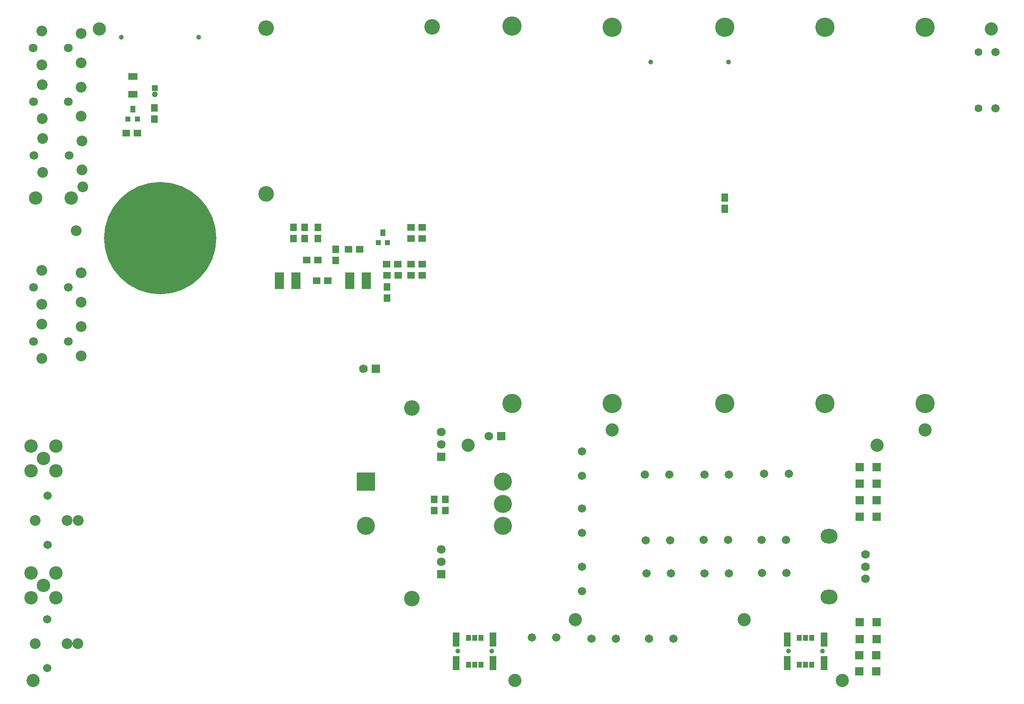
<source format=gbs>
G04*
G04 #@! TF.GenerationSoftware,Altium Limited,Altium Designer,20.1.8 (145)*
G04*
G04 Layer_Color=16711935*
%FSAX24Y24*%
%MOIN*%
G70*
G04*
G04 #@! TF.SameCoordinates,C37C2F13-19AF-4E89-93B9-DE42FBC32811*
G04*
G04*
G04 #@! TF.FilePolarity,Negative*
G04*
G01*
G75*
%ADD65R,0.0530X0.0630*%
%ADD66R,0.0630X0.0530*%
%ADD69R,0.0552X0.1163*%
%ADD70R,0.0395X0.0513*%
%ADD77R,0.0780X0.0580*%
%ADD92C,0.0474*%
%ADD93R,0.0474X0.0474*%
%ADD94R,0.0700X0.0700*%
%ADD95C,0.0700*%
%ADD96C,0.1261*%
%ADD97C,0.1080*%
%ADD98C,0.0867*%
%ADD99C,0.0710*%
%ADD100C,0.1064*%
%ADD101C,0.0395*%
%ADD102C,0.0671*%
%ADD103C,0.0631*%
%ADD104C,0.1556*%
%ADD105C,0.0710*%
%ADD106R,0.0710X0.0710*%
%ADD107C,0.1458*%
%ADD108R,0.1458X0.1458*%
%ADD109O,0.1380X0.1182*%
%ADD110C,0.9055*%
%ADD141R,0.0580X0.0680*%
%ADD142R,0.0749X0.1340*%
%ADD143R,0.0680X0.0680*%
%ADD144R,0.0440X0.0440*%
%ADD145R,0.0440X0.0580*%
D65*
X043964Y026820D02*
D03*
X043964Y025920D02*
D03*
X043080Y025920D02*
D03*
X043080Y026820D02*
D03*
X035150Y046070D02*
D03*
X035150Y046970D02*
D03*
X031750Y048740D02*
D03*
X031750Y047840D02*
D03*
X033720Y047860D02*
D03*
X033720Y048760D02*
D03*
X032630Y047860D02*
D03*
X032630Y048760D02*
D03*
X020550Y058390D02*
D03*
X020550Y057490D02*
D03*
X039260Y043960D02*
D03*
X039260Y043060D02*
D03*
D66*
X042100Y047840D02*
D03*
X041200Y047840D02*
D03*
X036180Y046980D02*
D03*
X037080Y046980D02*
D03*
X039260Y044890D02*
D03*
X040160Y044890D02*
D03*
X041200Y045770D02*
D03*
X042100Y045770D02*
D03*
X040140Y045770D02*
D03*
X039240Y045770D02*
D03*
X042100Y048760D02*
D03*
X041200Y048760D02*
D03*
X033720Y046110D02*
D03*
X032820Y046110D02*
D03*
X041200Y044890D02*
D03*
X042100Y044890D02*
D03*
X034519Y044448D02*
D03*
X033619Y044448D02*
D03*
X018287Y056359D02*
D03*
X019187Y056359D02*
D03*
D69*
X044842Y013615D02*
D03*
Y015525D02*
D03*
X047818D02*
D03*
Y013615D02*
D03*
X071492Y015525D02*
D03*
Y013615D02*
D03*
X074468D02*
D03*
Y015525D02*
D03*
D70*
X045830Y013487D02*
D03*
X046330D02*
D03*
X046830D02*
D03*
X045830Y015653D02*
D03*
X046330D02*
D03*
X046830D02*
D03*
X072480Y013487D02*
D03*
X072980D02*
D03*
X073480D02*
D03*
X072480Y015653D02*
D03*
X072980D02*
D03*
X073480D02*
D03*
D77*
X018810Y059470D02*
D03*
Y060920D02*
D03*
D92*
X020570Y059490D02*
D03*
D93*
Y059990D02*
D03*
D94*
X038371Y037352D02*
D03*
X048470Y031910D02*
D03*
D95*
X037371Y037352D02*
D03*
X047470Y031910D02*
D03*
X077813Y022375D02*
D03*
Y020406D02*
D03*
Y021391D02*
D03*
D96*
X041280Y034174D02*
D03*
Y018820D02*
D03*
X042913Y064921D02*
D03*
X029528Y064823D02*
D03*
Y051437D02*
D03*
D97*
X010610Y029110D02*
D03*
Y031110D02*
D03*
X012610D02*
D03*
Y029110D02*
D03*
X011610Y030110D02*
D03*
X010610Y018874D02*
D03*
Y020874D02*
D03*
X012610D02*
D03*
Y018874D02*
D03*
X011610Y019874D02*
D03*
X010982Y051102D02*
D03*
X013856D02*
D03*
D98*
X014762Y052008D02*
D03*
X014250Y048465D02*
D03*
X014640Y060059D02*
D03*
Y057697D02*
D03*
X011490Y060256D02*
D03*
Y057500D02*
D03*
X014634Y040740D02*
D03*
Y038378D02*
D03*
X011484Y040937D02*
D03*
Y038181D02*
D03*
X014381Y015188D02*
D03*
X010936D02*
D03*
X013495D02*
D03*
X014634Y045091D02*
D03*
Y042728D02*
D03*
X011484Y045287D02*
D03*
Y042531D02*
D03*
X014401Y025129D02*
D03*
X010956D02*
D03*
X013515D02*
D03*
X011540Y053169D02*
D03*
Y055925D02*
D03*
X014690Y053366D02*
D03*
Y055728D02*
D03*
X011480Y061831D02*
D03*
Y064587D02*
D03*
X014630Y062028D02*
D03*
Y064390D02*
D03*
D99*
X013616Y058878D02*
D03*
X010797D02*
D03*
X013610Y039559D02*
D03*
X010791D02*
D03*
X013610Y043909D02*
D03*
X010791D02*
D03*
X010847Y054547D02*
D03*
X013666D02*
D03*
X010787Y063209D02*
D03*
X013606D02*
D03*
D100*
X054440Y017126D02*
D03*
X068036D02*
D03*
X045802Y031186D02*
D03*
X078746Y031186D02*
D03*
X082602Y032404D02*
D03*
X057405Y032404D02*
D03*
X016102Y064756D02*
D03*
X087951Y064756D02*
D03*
X010787Y012197D02*
D03*
X075945D02*
D03*
X049567D02*
D03*
D101*
X044960Y014570D02*
D03*
X047700D02*
D03*
X024101Y064087D02*
D03*
X017861D02*
D03*
X066762Y062063D02*
D03*
X060522D02*
D03*
X071610Y014570D02*
D03*
X074350D02*
D03*
D102*
X088278Y062886D02*
D03*
Y058358D02*
D03*
X054986Y030694D02*
D03*
Y028726D02*
D03*
X054966Y019416D02*
D03*
Y021384D02*
D03*
X060366Y015576D02*
D03*
X062334D02*
D03*
X057694Y015586D02*
D03*
X055726D02*
D03*
X069436Y023544D02*
D03*
X071404D02*
D03*
X011920Y017157D02*
D03*
Y013220D02*
D03*
X060046Y028824D02*
D03*
X062014D02*
D03*
X011940Y027097D02*
D03*
Y023160D02*
D03*
X064786Y023544D02*
D03*
X066754D02*
D03*
X050932Y015663D02*
D03*
X052900D02*
D03*
X071624Y028864D02*
D03*
X069656D02*
D03*
X054986Y026084D02*
D03*
Y024116D02*
D03*
X066796Y028824D02*
D03*
X064828D02*
D03*
X060170Y020850D02*
D03*
X062138D02*
D03*
X064836Y020856D02*
D03*
X066804D02*
D03*
X062064Y023524D02*
D03*
X060096D02*
D03*
X069486Y020866D02*
D03*
X071454D02*
D03*
D103*
X086900Y062886D02*
D03*
Y058358D02*
D03*
D104*
X049334Y064968D02*
D03*
Y034555D02*
D03*
X057405D02*
D03*
X066460D02*
D03*
X074531D02*
D03*
X066460Y064870D02*
D03*
X082602Y034555D02*
D03*
Y064870D02*
D03*
X074531D02*
D03*
X057405D02*
D03*
D105*
X043630Y022770D02*
D03*
Y021770D02*
D03*
Y032230D02*
D03*
Y031230D02*
D03*
D106*
Y020770D02*
D03*
Y030230D02*
D03*
D107*
X048610Y024690D02*
D03*
X037586D02*
D03*
X048610Y028233D02*
D03*
Y026462D02*
D03*
D108*
X037586Y028233D02*
D03*
D109*
X074860Y023851D02*
D03*
Y018930D02*
D03*
D110*
X021020Y047870D02*
D03*
D141*
X066457Y051142D02*
D03*
X066457Y050242D02*
D03*
D142*
X031929Y044448D02*
D03*
X030591D02*
D03*
X037609Y044450D02*
D03*
X036271D02*
D03*
D143*
X077340Y026760D02*
D03*
X078690D02*
D03*
X077340Y028090D02*
D03*
X078690D02*
D03*
X077320Y012930D02*
D03*
X078670D02*
D03*
X077320Y014230D02*
D03*
X078670D02*
D03*
X077340Y025420D02*
D03*
X078690D02*
D03*
X077350Y029420D02*
D03*
X078700D02*
D03*
X078690Y015560D02*
D03*
X077340D02*
D03*
Y016920D02*
D03*
X078690D02*
D03*
D144*
X018420Y057470D02*
D03*
X019170D02*
D03*
X039320Y047500D02*
D03*
X038570D02*
D03*
D145*
X018790Y058270D02*
D03*
X038940Y048300D02*
D03*
M02*

</source>
